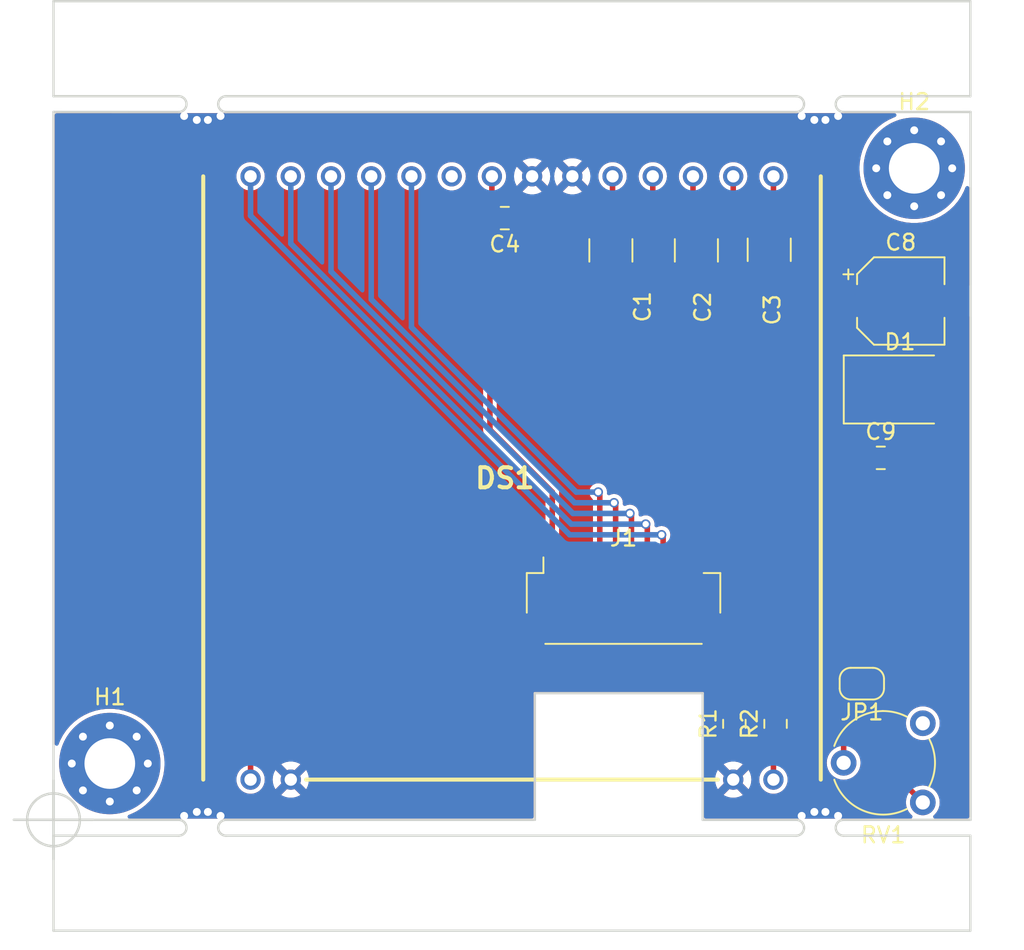
<source format=kicad_pcb>
(kicad_pcb (version 20221018) (generator pcbnew)
  (layers (0 "F.Cu" signal "Top") (31 "B.Cu" signal "Bottom") (34 "B.Paste" user) (35 "F.Paste" user) (36 "B.SilkS" user "B.Silkscreen") (37 "F.SilkS" user "F.Silkscreen") (38 "B.Mask" user) (39 "F.Mask" user) (44 "Edge.Cuts" user))
  (net 0 "")
  (net 1 "GND")
  (net 2 "+3V3")
  (net 3 "Net-(DS1-VB1+)")
  (net 4 "Net-(DS1-VB1-)")
  (net 5 "Net-(DS1-VB0-)")
  (net 6 "Net-(DS1-VB0+)")
  (net 7 "Net-(DS1-VLCD)")
  (net 8 "MOSI")
  (net 9 "SCK")
  (net 10 "Net-(DS1-NC_4)")
  (net 11 "Net-(DS1-NC_1)")
  (net 14 "INSTR.BEL")
  (net 15 "LED")
  (net 16 "D22")
  (net 17 "D23")
  (net 19 "D24")
  (net 20 "D25")
  (footprint "Capacitor_SMD:C_1210_3225Metric_Pad1.33x2.70mm_HandSolder" (layer "F.Cu") (at 158.71 91.0375 90)
    (fp_text reference "C2" (at -3.592 0.4 90) (layer "F.SilkS"))
    (fp_text value "C")
    (fp_line (start -0.711252 -1.36) (end 0.711252 -1.36) (stroke (width 0.12)) (layer "F.SilkS"))
    (fp_line (start -0.711252 1.36) (end 0.711252 1.36) (stroke (width 0.12)) (layer "F.SilkS"))
    (pad "1" smd roundrect (at -1.5625 0 90) (size 1.325 2.7) (layers "F.Cu" "F.Paste" "F.Mask") (roundrect_rratio 0.188679) (net 6 "Net-(DS1-VB0+)"))
    (pad "2" smd roundrect (at 1.5625 0 90) (size 1.325 2.7) (layers "F.Cu" "F.Paste" "F.Mask") (roundrect_rratio 0.188679) (net 5 "Net-(DS1-VB0-)"))
  )
  (footprint "Capacitor_SMD:C_1210_3225Metric_Pad1.33x2.70mm_HandSolder" (layer "F.Cu") (at 163.31 91 90)
    (fp_text reference "C3" (at -3.792 0.188 90) (layer "F.SilkS"))
    (fp_text value "C")
    (fp_line (start -0.711252 -1.36) (end 0.711252 -1.36) (stroke (width 0.12)) (layer "F.SilkS"))
    (fp_line (start -0.711252 1.36) (end 0.711252 1.36) (stroke (width 0.12)) (layer "F.SilkS"))
    (pad "1" smd roundrect (at -1.5625 0 90) (size 1.325 2.7) (layers "F.Cu" "F.Paste" "F.Mask") (roundrect_rratio 0.188679) (net 1 "GND"))
    (pad "2" smd roundrect (at 1.5625 0 90) (size 1.325 2.7) (layers "F.Cu" "F.Paste" "F.Mask") (roundrect_rratio 0.188679) (net 7 "Net-(DS1-VLCD)"))
  )
  (footprint "Capacitor_SMD:C_1210_3225Metric_Pad1.33x2.70mm_HandSolder" (layer "F.Cu") (at 153.31 91.0375 90)
    (fp_text reference "C1" (at -3.5625 2 90) (layer "F.SilkS"))
    (fp_text value "C")
    (fp_line (start -0.711252 -1.36) (end 0.711252 -1.36) (stroke (width 0.12)) (layer "F.SilkS"))
    (fp_line (start -0.711252 1.36) (end 0.711252 1.36) (stroke (width 0.12)) (layer "F.SilkS"))
    (pad "1" smd roundrect (at -1.5625 0 90) (size 1.325 2.7) (layers "F.Cu" "F.Paste" "F.Mask") (roundrect_rratio 0.188679) (net 4 "Net-(DS1-VB1-)"))
    (pad "2" smd roundrect (at 1.5625 0 90) (size 1.325 2.7) (layers "F.Cu" "F.Paste" "F.Mask") (roundrect_rratio 0.188679) (net 3 "Net-(DS1-VB1+)"))
  )
  (footprint "MountingHole:MountingHole_3.2mm_M3_Pad_Via" (layer "F.Cu") (at 121.666 123.444)
    (fp_text reference "H1" (at 0 -4.2) (layer "F.SilkS"))
    (fp_text value "MountingHole_Pad")
    (pad "1" thru_hole circle (at -2.4 0) (size 0.8 0.8) (drill 0.5) (layers "*.Cu" "*.Mask"))
    (pad "1" thru_hole circle (at -1.697056 -1.697056) (size 0.8 0.8) (drill 0.5) (layers "*.Cu" "*.Mask"))
    (pad "1" thru_hole circle (at -1.697056 1.697056) (size 0.8 0.8) (drill 0.5) (layers "*.Cu" "*.Mask"))
    (pad "1" thru_hole circle (at 0 -2.4) (size 0.8 0.8) (drill 0.5) (layers "*.Cu" "*.Mask"))
    (pad "1" thru_hole circle (at 0 0) (size 6.4 6.4) (drill 3.2) (layers "*.Cu" "*.Mask"))
    (pad "1" thru_hole circle (at 0 2.4) (size 0.8 0.8) (drill 0.5) (layers "*.Cu" "*.Mask"))
    (pad "1" thru_hole circle (at 1.697056 -1.697056) (size 0.8 0.8) (drill 0.5) (layers "*.Cu" "*.Mask"))
    (pad "1" thru_hole circle (at 1.697056 1.697056) (size 0.8 0.8) (drill 0.5) (layers "*.Cu" "*.Mask"))
    (pad "1" thru_hole circle (at 2.4 0) (size 0.8 0.8) (drill 0.5) (layers "*.Cu" "*.Mask"))
  )
  (footprint "MountingHole:MountingHole_3.2mm_M3_Pad_Via" (layer "F.Cu") (at 172.466 85.852)
    (fp_text reference "H2" (at 0 -4.2) (layer "F.SilkS"))
    (fp_text value "MountingHole_Pad")
    (pad "1" thru_hole circle (at -2.4 0) (size 0.8 0.8) (drill 0.5) (layers "*.Cu" "*.Mask"))
    (pad "1" thru_hole circle (at -1.697056 -1.697056) (size 0.8 0.8) (drill 0.5) (layers "*.Cu" "*.Mask"))
    (pad "1" thru_hole circle (at -1.697056 1.697056) (size 0.8 0.8) (drill 0.5) (layers "*.Cu" "*.Mask"))
    (pad "1" thru_hole circle (at 0 -2.4) (size 0.8 0.8) (drill 0.5) (layers "*.Cu" "*.Mask"))
    (pad "1" thru_hole circle (at 0 0) (size 6.4 6.4) (drill 3.2) (layers "*.Cu" "*.Mask"))
    (pad "1" thru_hole circle (at 0 2.4) (size 0.8 0.8) (drill 0.5) (layers "*.Cu" "*.Mask"))
    (pad "1" thru_hole circle (at 1.697056 -1.697056) (size 0.8 0.8) (drill 0.5) (layers "*.Cu" "*.Mask"))
    (pad "1" thru_hole circle (at 1.697056 1.697056) (size 0.8 0.8) (drill 0.5) (layers "*.Cu" "*.Mask"))
    (pad "1" thru_hole circle (at 2.4 0) (size 0.8 0.8) (drill 0.5) (layers "*.Cu" "*.Mask"))
  )
  (footprint "Capacitor_SMD:C_0805_2012Metric" (layer "F.Cu") (at 146.61 89 180)
    (fp_text reference "C4" (at 0 -1.65) (layer "F.SilkS"))
    (fp_text value "100n")
    (fp_line (start -0.258578 -0.71) (end 0.258578 -0.71) (stroke (width 0.12)) (layer "F.SilkS"))
    (fp_line (start -0.258578 0.71) (end 0.258578 0.71) (stroke (width 0.12)) (layer "F.SilkS"))
    (pad "1" smd roundrect (at -0.9375 0 180) (size 0.975 1.4) (layers "F.Cu" "F.Paste" "F.Mask") (net 1 "GND"))
    (pad "2" smd roundrect (at 0.9375 0 180) (size 0.975 1.4) (layers "F.Cu" "F.Paste" "F.Mask") (net 2 "+3V3"))
  )
  (footprint "Capacitor_SMD:CP_Elec_5x3" (layer "F.Cu") (at 171.618 94.234)
    (fp_text reference "C8" (at 0 -3.7) (layer "F.SilkS"))
    (fp_text value "CP")
    (fp_line (start -3.625 -1.685) (end -3 -1.685) (stroke (width 0.12)) (layer "F.SilkS"))
    (fp_line (start -3.3125 -1.9975) (end -3.3125 -1.3725) (stroke (width 0.12)) (layer "F.SilkS"))
    (fp_line (start -2.76 -1.695563) (end -2.76 -1.06) (stroke (width 0.12)) (layer "F.SilkS"))
    (fp_line (start -2.76 -1.695563) (end -1.695563 -2.76) (stroke (width 0.12)) (layer "F.SilkS"))
    (fp_line (start -2.76 1.695563) (end -2.76 1.06) (stroke (width 0.12)) (layer "F.SilkS"))
    (fp_line (start -2.76 1.695563) (end -1.695563 2.76) (stroke (width 0.12)) (layer "F.SilkS"))
    (fp_line (start -1.695563 -2.76) (end 2.76 -2.76) (stroke (width 0.12)) (layer "F.SilkS"))
    (fp_line (start -1.695563 2.76) (end 2.76 2.76) (stroke (width 0.12)) (layer "F.SilkS"))
    (fp_line (start 2.76 -2.76) (end 2.76 -1.06) (stroke (width 0.12)) (layer "F.SilkS"))
    (fp_line (start 2.76 2.76) (end 2.76 1.06) (stroke (width 0.12)) (layer "F.SilkS"))
    (pad "1" smd roundrect (at -2.2 0) (size 3 1.6) (layers "F.Cu" "F.Paste" "F.Mask") (roundrect_rratio 0.15625) (net 14 "INSTR.BEL"))
    (pad "2" smd roundrect (at 2.2 0) (size 3 1.6) (layers "F.Cu" "F.Paste" "F.Mask") (roundrect_rratio 0.15625) (net 1 "GND"))
  )
  (footprint "Capacitor_SMD:C_0805_2012Metric" (layer "F.Cu") (at 170.3555 104.14)
    (fp_text reference "C9" (at 0 -1.65) (layer "F.SilkS"))
    (fp_text value "100n")
    (fp_line (start -0.258578 -0.71) (end 0.258578 -0.71) (stroke (width 0.12)) (layer "F.SilkS"))
    (fp_line (start -0.258578 0.71) (end 0.258578 0.71) (stroke (width 0.12)) (layer "F.SilkS"))
    (pad "1" smd roundrect (at -0.9375 0) (size 0.975 1.4) (layers "F.Cu" "F.Paste" "F.Mask") (net 14 "INSTR.BEL"))
    (pad "2" smd roundrect (at 0.9375 0) (size 0.975 1.4) (layers "F.Cu" "F.Paste" "F.Mask") (net 1 "GND"))
  )
  (footprint "Diode_SMD:D_SMB" (layer "F.Cu") (at 171.568 99.822)
    (fp_text reference "D1" (at 0 -3) (layer "F.SilkS"))
    (fp_text value "SMBJ15CA")
    (fp_line (start -3.55 -2.15) (end -3.55 2.15) (stroke (width 0.12)) (layer "F.SilkS"))
    (fp_line (start -3.55 -2.15) (end 2.15 -2.15) (stroke (width 0.12)) (layer "F.SilkS"))
    (fp_line (start -3.55 2.15) (end 2.15 2.15) (stroke (width 0.12)) (layer "F.SilkS"))
    (pad "1" smd rect (at -2.15 0) (size 2.5 2.3) (layers "F.Cu" "F.Paste" "F.Mask") (net 14 "INSTR.BEL"))
    (pad "2" smd rect (at 2.15 0) (size 2.5 2.3) (layers "F.Cu" "F.Paste" "F.Mask") (net 1 "GND"))
  )
  (footprint "Resistor_SMD:R_0805_2012Metric" (layer "F.Cu") (at 161.11 120.9375 90)
    (fp_text reference "R1" (at 0 -1.65 90) (layer "F.SilkS"))
    (fp_text value "R")
    (fp_line (start -0.258578 -0.71) (end 0.258578 -0.71) (stroke (width 0.12)) (layer "F.SilkS"))
    (fp_line (start -0.258578 0.71) (end 0.258578 0.71) (stroke (width 0.12)) (layer "F.SilkS"))
    (pad "1" smd roundrect (at -0.9375 0 90) (size 0.975 1.4) (layers "F.Cu" "F.Paste" "F.Mask") (net 11 "Net-(DS1-NC_1)"))
    (pad "2" smd roundrect (at 0.9375 0 90) (size 0.975 1.4) (layers "F.Cu" "F.Paste" "F.Mask") (net 15 "LED"))
  )
  (footprint "Resistor_SMD:R_0805_2012Metric" (layer "F.Cu") (at 163.71 120.9375 90)
    (fp_text reference "R2" (at 0 -1.65 90) (layer "F.SilkS"))
    (fp_text value "R")
    (fp_line (start -0.258578 -0.71) (end 0.258578 -0.71) (stroke (width 0.12)) (layer "F.SilkS"))
    (fp_line (start -0.258578 0.71) (end 0.258578 0.71) (stroke (width 0.12)) (layer "F.SilkS"))
    (pad "1" smd roundrect (at -0.9375 0 90) (size 0.975 1.4) (layers "F.Cu" "F.Paste" "F.Mask") (net 10 "Net-(DS1-NC_4)"))
    (pad "2" smd roundrect (at 0.9375 0 90) (size 0.975 1.4) (layers "F.Cu" "F.Paste" "F.Mask") (net 15 "LED"))
  )
  (footprint "fiz-o-matic:EA-DOGS102W-6" (layer "F.Cu") (at 147.066 105.41)
    (fp_text reference "DS1" (at -0.45365 0.01496) (layer "F.SilkS") (effects (font (size 1.27 1.27) (thickness 0.254))))
    (fp_text value "EA_DOGS102W-6" hide)
    (fp_line (start -19.5 -19.05) (end -19.5 19.05) (stroke (width 0.254)) (layer "F.SilkS"))
    (fp_line (start -13 19.05) (end 13 19.05) (stroke (width 0.254)) (layer "F.SilkS"))
    (fp_line (start 19.5 -19.05) (end 19.5 19.05) (stroke (width 0.254)) (layer "F.SilkS"))
    (pad "1" thru_hole circle (at -16.51 19.05) (size 1.28 1.28) (drill 0.78) (layers "*.Cu" "*.Mask") (net 11 "Net-(DS1-NC_1)"))
    (pad "2" thru_hole circle (at -13.97 19.05) (size 1.28 1.28) (drill 0.78) (layers "*.Cu" "*.Mask") (net 1 "GND"))
    (pad "13" thru_hole circle (at 13.97 19.05) (size 1.28 1.28) (drill 0.78) (layers "*.Cu" "*.Mask") (net 1 "GND"))
    (pad "14" thru_hole circle (at 16.51 19.05) (size 1.28 1.28) (drill 0.78) (layers "*.Cu" "*.Mask") (net 10 "Net-(DS1-NC_4)"))
    (pad "15" thru_hole circle (at 16.51 -19.05) (size 1.28 1.28) (drill 0.78) (layers "*.Cu" "*.Mask") (net 7 "Net-(DS1-VLCD)"))
    (pad "16" thru_hole circle (at 13.97 -19.05) (size 1.28 1.28) (drill 0.78) (layers "*.Cu" "*.Mask") (net 4 "Net-(DS1-VB1-)"))
    (pad "17" thru_hole circle (at 11.43 -19.05) (size 1.28 1.28) (drill 0.78) (layers "*.Cu" "*.Mask") (net 5 "Net-(DS1-VB0-)"))
    (pad "18" thru_hole circle (at 8.89 -19.05) (size 1.28 1.28) (drill 0.78) (layers "*.Cu" "*.Mask") (net 6 "Net-(DS1-VB0+)"))
    (pad "19" thru_hole circle (at 6.35 -19.05) (size 1.28 1.28) (drill 0.78) (layers "*.Cu" "*.Mask") (net 3 "Net-(DS1-VB1+)"))
    (pad "20" thru_hole circle (at 3.81 -19.05) (size 1.28 1.28) (drill 0.78) (layers "*.Cu" "*.Mask") (net 1 "GND"))
    (pad "21" thru_hole circle (at 1.27 -19.05) (size 1.28 1.28) (drill 0.78) (layers "*.Cu" "*.Mask") (net 1 "GND"))
    (pad "22" thru_hole circle (at -1.27 -19.05) (size 1.28 1.28) (drill 0.78) (layers "*.Cu" "*.Mask") (net 2 "+3V3"))
    (pad "23" thru_hole circle (at -3.81 -19.05) (size 1.28 1.28) (drill 0.78) (layers "*.Cu" "*.Mask") (net 2 "+3V3"))
    (pad "24" thru_hole circle (at -6.35 -19.05) (size 1.28 1.28) (drill 0.78) (layers "*.Cu" "*.Mask") (net 8 "MOSI"))
    (pad "25" thru_hole circle (at -8.89 -19.05) (size 1.28 1.28) (drill 0.78) (layers "*.Cu" "*.Mask") (net 9 "SCK"))
    (pad "26" thru_hole circle (at -11.43 -19.05) (size 1.28 1.28) (drill 0.78) (layers "*.Cu" "*.Mask") (net 16 "D22"))
    (pad "27" thru_hole circle (at -13.97 -19.05) (size 1.28 1.28) (drill 0.78) (layers "*.Cu" "*.Mask") (net 17 "D23"))
    (pad "28" thru_hole circle (at -16.51 -19.05) (size 1.28 1.28) (drill 0.78) (layers "*.Cu" "*.Mask") (net 19 "D24"))
  )
  (footprint "Jumper:SolderJumper-2_P1.3mm_Bridged_RoundedPad1.0x1.5mm" (layer "F.Cu") (at 169.16 118.4 180)
    (fp_text reference "JP1" (at 0 -1.8) (layer "F.SilkS"))
    (fp_text value "Jumper_NC_Small")
    (fp_poly (pts (xy 0.25 -0.3) (xy -0.25 -0.3) (xy -0.25 0.3) (xy 0.25 0.3)) (fill solid) (layer "F.Cu"))
    (fp_line (start -1.4 0.3) (end -1.4 -0.3) (stroke (width 0.12)) (layer "F.SilkS"))
    (fp_line (start -0.7 -1) (end 0.7 -1) (stroke (width 0.12)) (layer "F.SilkS"))
    (fp_line (start 0.7 1) (end -0.7 1) (stroke (width 0.12)) (layer "F.SilkS"))
    (fp_line (start 1.4 -0.3) (end 1.4 0.3) (stroke (width 0.12)) (layer "F.SilkS"))
    (fp_arc (start -1.4 -0.3) (mid -1.194975 -0.794975) (end -0.7 -1) (stroke (width 0.12)) (layer "F.SilkS"))
    (fp_arc (start -0.7 1) (mid -1.194975 0.794975) (end -1.4 0.3) (stroke (width 0.12)) (layer "F.SilkS"))
    (fp_arc (start 0.7 -1) (mid 1.194975 -0.794975) (end 1.4 -0.3) (stroke (width 0.12)) (layer "F.SilkS"))
    (fp_arc (start 1.4 0.3) (mid 1.194975 0.794975) (end 0.7 1) (stroke (width 0.12)) (layer "F.SilkS"))
    (pad "1" smd custom (at -0.65 0 180) (size 1 0.5) (layers "F.Cu" "F.Mask") (net 14 "INSTR.BEL") (options (clearance outline) (anchor rect)) (primitives (gr_circle (center 0 0.25) (end 0.5 0.25) (width 0) (fill yes)) (gr_circle (center 0 -0.25) (end 0.5 -0.25) (width 0) (fill yes)) (gr_poly (pts (xy 0 -0.75) (xy 0.5 -0.75) (xy 0.5 0.75) (xy 0 0.75)) (width 0) (fill yes))))
    (pad "2" smd custom (at 0.65 0 180) (size 1 0.5) (layers "F.Cu" "F.Mask") (net 15 "LED") (options (clearance outline) (anchor rect)) (primitives (gr_circle (center 0 0.25) (end 0.5 0.25) (width 0) (fill yes)) (gr_circle (center 0 -0.25) (end 0.5 -0.25) (width 0) (fill yes)) (gr_poly (pts (xy 0 -0.75) (xy -0.5 -0.75) (xy -0.5 0.75) (xy 0 0.75)) (width 0) (fill yes))))
  )
  (footprint "Potentiometer_THT:Potentiometer_Piher_PT-6-V_Vertical" (layer "F.Cu") (at 173.01 120.9 180)
    (fp_text reference "RV1" (at 2.5 -7.06) (layer "F.SilkS"))
    (fp_text value "R_POT")
    (fp_arc (start -0.413387 -1.014798) (mid -0.770114 -2.499325) (end -0.414 -3.984) (stroke (width 0.12)) (layer "F.SilkS"))
    (fp_arc (start 1.016032 -5.413829) (mid 3.725524 -5.531609) (end 5.592 -3.564) (stroke (width 0.12)) (layer "F.SilkS"))
    (fp_arc (start 2.556863 0.770075) (mid 1.764071 0.686696) (end 1.015 0.414) (stroke (width 0.12)) (layer "F.SilkS"))
    (fp_arc (start 5.591846 -1.435392) (mid 4.398899 0.162158) (end 2.5 0.77) (stroke (width 0.12)) (layer "F.SilkS"))
    (pad "1" thru_hole circle (at 0 0 180) (size 1.62 1.62) (drill 0.9) (layers "*.Cu" "*.Mask"))
    (pad "2" thru_hole circle (at 5 -2.5 180) (size 1.62 1.62) (drill 0.9) (layers "*.Cu" "*.Mask") (net 15 "LED"))
    (pad "3" thru_hole circle (at 0 -5 180) (size 1.62 1.62) (drill 0.9) (layers "*.Cu" "*.Mask") (net 14 "INSTR.BEL"))
  )
  (footprint "fiz-o-matic:mouse-bite-1mm-slot" (layer "F.Cu") (at 166.51 127.5 180)
    (fp_text reference "mouse-bite-1mm-slot" hide)
    (fp_text value "VAL**" hide)
    (fp_arc (start -1.5 -0.5) (mid -1 0) (end -1.5 0.5) (stroke (width 0.1)) (layer "F.SilkS"))
    (fp_arc (start 1.5 0.5) (mid 1 0) (end 1.5 -0.5) (stroke (width 0.1)) (layer "F.SilkS"))
    (pad "" np_thru_hole circle (at -1.15 0.75 180) (size 0.5 0.5) (drill 0.5) (layers "F&B.Cu" "*.Mask"))
    (pad "" np_thru_hole circle (at -0.35 1 180) (size 0.5 0.5) (drill 0.5) (layers "F&B.Cu" "*.Mask"))
    (pad "" np_thru_hole circle (at 0.35 1 180) (size 0.5 0.5) (drill 0.5) (layers "F&B.Cu" "*.Mask"))
    (pad "" np_thru_hole circle (at 1.15 0.75 180) (size 0.5 0.5) (drill 0.5) (layers "F&B.Cu" "*.Mask"))
  )
  (footprint "fiz-o-matic:mouse-bite-1mm-slot" (layer "F.Cu") (at 127.51 127.5 180)
    (fp_text reference "mouse-bite-1mm-slot" hide)
    (fp_text value "VAL**" hide)
    (fp_arc (start -1.5 -0.5) (mid -1 0) (end -1.5 0.5) (stroke (width 0.1)) (layer "F.SilkS"))
    (fp_arc (start 1.5 0.5) (mid 1 0) (end 1.5 -0.5) (stroke (width 0.1)) (layer "F.SilkS"))
    (pad "" np_thru_hole circle (at -1.15 0.75 180) (size 0.5 0.5) (drill 0.5) (layers "F&B.Cu" "*.Mask"))
    (pad "" np_thru_hole circle (at -0.35 1 180) (size 0.5 0.5) (drill 0.5) (layers "F&B.Cu" "*.Mask"))
    (pad "" np_thru_hole circle (at 0.35 1 180) (size 0.5 0.5) (drill 0.5) (layers "F&B.Cu" "*.Mask"))
    (pad "" np_thru_hole circle (at 1.15 0.75 180) (size 0.5 0.5) (drill 0.5) (layers "F&B.Cu" "*.Mask"))
  )
  (footprint "fiz-o-matic:mouse-bite-1mm-slot" (layer "F.Cu") (at 127.51 81.8)
    (fp_text reference "mouse-bite-1mm-slot" hide)
    (fp_text value "VAL**" hide)
    (fp_arc (start -1.5 -0.5) (mid -1 0) (end -1.5 0.5) (stroke (width 0.1)) (layer "F.SilkS"))
    (fp_arc (start 1.5 0.5) (mid 1 0) (end 1.5 -0.5) (stroke (width 0.1)) (layer "F.SilkS"))
    (pad "" np_thru_hole circle (at -1.15 0.75) (size 0.5 0.5) (drill 0.5) (layers "*.Cu" "*.Mask"))
    (pad "" np_thru_hole circle (at -0.35 1) (size 0.5 0.5) (drill 0.5) (layers "*.Cu" "*.Mask"))
    (pad "" np_thru_hole circle (at 0.35 1) (size 0.5 0.5) (drill 0.5) (layers "*.Cu" "*.Mask"))
    (pad "" np_thru_hole circle (at 1.15 0.75) (size 0.5 0.5) (drill 0.5) (layers "*.Cu" "*.Mask"))
  )
  (footprint "Connector_JST:JST_SH_SM10B-SRSS-TB_1x10-1MP_P1.00mm_Horizontal" (layer "F.Cu") (at 154.11 113.2)
    (fp_text reference "J1" (at 0 -3.98) (layer "F.SilkS"))
    (fp_text value "Conn_01x10")
    (fp_line (start -6.11 -1.785) (end -5.06 -1.785) (stroke (width 0.12)) (layer "F.SilkS"))
    (fp_line (start -6.11 0.715) (end -6.11 -1.785) (stroke (width 0.12)) (layer "F.SilkS"))
    (fp_line (start -5.06 -1.785) (end -5.06 -2.775) (stroke (width 0.12)) (layer "F.SilkS"))
    (fp_line (start -4.94 2.685) (end 4.94 2.685) (stroke (width 0.12)) (layer "F.SilkS"))
    (fp_line (start 6.11 -1.785) (end 5.06 -1.785) (stroke (width 0.12)) (layer "F.SilkS"))
    (fp_line (start 6.11 0.715) (end 6.11 -1.785) (stroke (width 0.12)) (layer "F.SilkS"))
    (pad "1" smd roundrect (at -4.5 -2) (size 0.6 1.55) (layers "F.Cu" "F.Paste" "F.Mask") (net 2 "+3V3"))
    (pad "2" smd roundrect (at -3.5 -2) (size 0.6 1.55) (layers "F.Cu" "F.Paste" "F.Mask") (net 1 "GND"))
    (pad "3" smd roundrect (at -2.5 -2) (size 0.6 1.55) (layers "F.Cu" "F.Paste" "F.Mask"))
    (pad "4" smd roundrect (at -1.5 -2) (size 0.6 1.55) (layers "F.Cu" "F.Paste" "F.Mask") (net 8 "MOSI"))
    (pad "5" smd roundrect (at -0.5 -2) (size 0.6 1.55) (layers "F.Cu" "F.Paste" "F.Mask") (net 9 "SCK"))
    (pad "6" smd roundrect (at 0.5 -2) (size 0.6 1.55) (layers "F.Cu" "F.Paste" "F.Mask") (net 16 "D22"))
    (pad "7" smd roundrect (at 1.5 -2) (size 0.6 1.55) (layers "F.Cu" "F.Paste" "F.Mask") (net 17 "D23"))
    (pad "8" smd roundrect (at 2.5 -2) (size 0.6 1.55) (layers "F.Cu" "F.Paste" "F.Mask") (net 19 "D24"))
    (pad "9" smd roundrect (at 3.5 -2) (size 0.6 1.55) (layers "F.Cu" "F.Paste" "F.Mask") (net 20 "D25"))
    (pad "10" smd roundrect (at 4.5 -2) (size 0.6 1.55) (layers "F.Cu" "F.Paste" "F.Mask") (net 14 "INSTR.BEL"))
    (pad "MP" smd roundrect (at -5.8 1.875) (size 1.2 1.8) (layers "F.Cu" "F.Paste" "F.Mask") (roundrect_rratio 0.208333))
    (pad "MP" smd roundrect (at 5.8 1.875) (size 1.2 1.8) (layers "F.Cu" "F.Paste" "F.Mask") (roundrect_rratio 0.208333))
  )
  (footprint "fiz-o-matic:mouse-bite-1mm-slot" (layer "F.Cu") (at 166.51 81.8)
    (fp_text reference "mouse-bite-1mm-slot" hide)
    (fp_text value "VAL**" hide)
    (fp_arc (start -1.5 -0.5) (mid -1 0) (end -1.5 0.5) (stroke (width 0.1)) (layer "F.SilkS"))
    (fp_arc (start 1.5 0.5) (mid 1 0) (end 1.5 -0.5) (stroke (width 0.1)) (layer "F.SilkS"))
    (pad "" np_thru_hole circle (at -1.15 0.75) (size 0.5 0.5) (drill 0.5) (layers "F&B.Cu" "*.Mask"))
    (pad "" np_thru_hole circle (at -0.35 1) (size 0.5 0.5) (drill 0.5) (layers "F&B.Cu" "*.Mask"))
    (pad "" np_thru_hole circle (at 0.35 1) (size 0.5 0.5) (drill 0.5) (layers "F&B.Cu" "*.Mask"))
    (pad "" np_thru_hole circle (at 1.15 0.75) (size 0.5 0.5) (drill 0.5) (layers "F&B.Cu" "*.Mask"))
  )
  (gr_arc (start 168.01 82.3) (mid 167.51 81.8) (end 168.01 81.3) (stroke (width 0.15)) (layer "Edge.Cuts"))
  (gr_line (start 159.11 127) (end 159.11 119) (stroke (width 0.15)) (layer "Edge.Cuts"))
  (gr_arc (start 165.01 81.3) (mid 165.51 81.8) (end 165.01 82.3) (stroke (width 0.15)) (layer "Edge.Cuts"))
  (gr_arc (start 129.01 128) (mid 128.51 127.5) (end 129.01 127) (stroke (width 0.15)) (layer "Edge.Cuts"))
  (gr_line (start 159.11 127) (end 165.01 127) (stroke (width 0.15)) (layer "Edge.Cuts"))
  (gr_arc (start 129.01 82.3) (mid 128.51 81.8) (end 129.01 81.3) (stroke (width 0.15)) (layer "Edge.Cuts"))
  (gr_line (start 176.022 82.296) (end 168.01 82.3) (stroke (width 0.15)) (layer "Edge.Cuts"))
  (gr_line (start 129.01 128) (end 165.01 128) (stroke (width 0.15)) (layer "Edge.Cuts"))
  (gr_line (start 176.01 81.3) (end 176.01 75.3) (stroke (width 0.15)) (layer "Edge.Cuts"))
  (gr_line (start 118.11 127) (end 118.11 82.296) (stroke (width 0.15)) (layer "Edge.Cuts"))
  (gr_line (start 148.51 119) (end 148.51 127) (stroke (width 0.15)) (layer "Edge.Cuts"))
  (gr_line (start 118.11 128) (end 126.01 128) (stroke (width 0.15)) (layer "Edge.Cuts"))
  (gr_line (start 176.01 75.3) (end 118.11 75.3) (stroke (width 0.15)) (layer "Edge.Cuts"))
  (gr_line (start 118.11 127) (end 126.01 127) (stroke (width 0.15)) (layer "Edge.Cuts"))
  (gr_line (start 168.01 128) (end 176.01 128) (stroke (width 0.15)) (layer "Edge.Cuts"))
  (gr_arc (start 165.01 127) (mid 165.51 127.5) (end 165.01 128) (stroke (width 0.15)) (layer "Edge.Cuts"))
  (gr_line (start 129.01 82.3) (end 165.01 82.3) (stroke (width 0.15)) (layer "Edge.Cuts"))
  (gr_line (start 126.01 82.3) (end 118.11 82.296) (stroke (width 0.15)) (layer "Edge.Cuts"))
  (gr_line (start 159.11 119) (end 148.51 119) (stroke (width 0.15)) (layer "Edge.Cuts"))
  (gr_line (start 118.11 81.3) (end 126.01 81.3) (stroke (width 0.15)) (layer "Edge.Cuts"))
  (gr_arc (start 126.01 81.3) (mid 126.51 81.8) (end 126.01 82.3) (stroke (width 0.15)) (layer "Edge.Cuts"))
  (gr_line (start 176.01 134) (end 118.11 134) (stroke (width 0.15)) (layer "Edge.Cuts"))
  (gr_line (start 176.01 128) (end 176.01 134) (stroke (width 0.15)) (layer "Edge.Cuts"))
  (gr_arc (start 168.01 128) (mid 167.51 127.5) (end 168.01 127) (stroke (width 0.15)) (layer "Edge.Cuts"))
  (gr_arc (start 126.01 127) (mid 126.51 127.5) (end 126.01 128) (stroke (width 0.15)) (layer "Edge.Cuts"))
  (gr_line (start 129.01 127) (end 148.51 127) (stroke (width 0.15)) (layer "Edge.Cuts"))
  (gr_line (start 129.01 81.3) (end 165.01 81.3) (stroke (width 0.15)) (layer "Edge.Cuts"))
  (gr_line (start 118.11 75.3) (end 118.11 81.3) (stroke (width 0.15)) (layer "Edge.Cuts"))
  (gr_line (start 176.022 127) (end 176.022 82.296) (stroke (width 0.15)) (layer "Edge.Cuts"))
  (gr_line (start 168.01 127) (end 176.022 127) (stroke (width 0.15)) (layer "Edge.Cuts"))
  (gr_line (start 168.01 81.3) (end 176.01 81.3) (stroke (width 0.15)) (layer "Edge.Cuts"))
  (gr_line (start 118.11 134) (end 118.11 128) (stroke (width 0.15)) (layer "Edge.Cuts"))
  (gr_text "DOGS102_v0.12" (at 121.11 86 90) (layer "F.Cu") (effects (font (size 1.2065 1.2065) (thickness 0.1016)) (justify right top)))
  (target plus (at 118.11 127) (size 5) (width 0.15) (layer "Edge.Cuts"))
  (target plus (at 118.11 127) (size 5) (width 0.15) (layer "Edge.Cuts"))
  (segment (start 145.6725 89) (end 145.6725 87.8375) (width 0.35) (layer "F.Cu") (net 2))
  (segment (start 149.61 106.3) (end 149.61 111.2) (width 0.35) (layer "F.Cu") (net 2))
  (segment (start 145.6725 87.8375) (end 145.796 87.714) (width 0.35) (layer "F.Cu") (net 2))
  (segment (start 145.796 87.714) (end 145.796 86.36) (width 0.35) (layer "F.Cu") (net 2))
  (segment (start 145.6725 89) (end 145.6725 102.3625) (width 0.35) (layer "F.Cu") (net 2))
  (segment (start 145.6725 102.3625) (end 149.61 106.3) (width 0.35) (layer "F.Cu") (net 2))
  (segment (start 153.416 86.36) (end 153.416 87.894) (width 0.35) (layer "F.Cu") (net 3))
  (segment (start 153.416 87.894) (end 153.31 88) (width 0.35) (layer "F.Cu") (net 3))
  (segment (start 153.31 89.475) (end 153.31 88) (width 0.35) (layer "F.Cu") (net 3))
  (segment (start 160.51 94.2) (end 153.91 94.2) (width 0.35) (layer "F.Cu") (net 4))
  (segment (start 161.036 86.36) (end 161.036 93.674) (width 0.35) (layer "F.Cu") (net 4))
  (segment (start 153.31 93.6) (end 153.31 92.6) (width 0.35) (layer "F.Cu") (net 4))
  (segment (start 153.91 94.2) (end 153.31 93.6) (width 0.35) (layer "F.Cu") (net 4))
  (segment (start 161.036 93.674) (end 160.51 94.2) (width 0.35) (layer "F.Cu") (net 4))
  (segment (start 158.496 87.786) (end 158.71 88) (width 0.35) (layer "F.Cu") (net 5))
  (segment (start 158.496 86.36) (end 158.496 87.786) (width 0.35) (layer "F.Cu") (net 5))
  (segment (start 158.71 88) (end 158.71 89.475) (width 0.35) (layer "F.Cu") (net 5))
  (segment (start 155.956 91.846) (end 156.71 92.6) (width 0.35) (layer "F.Cu") (net 6))
  (segment (start 156.71 92.6) (end 158.71 92.6) (width 0.35) (layer "F.Cu") (net 6))
  (segment (start 155.956 86.36) (end 155.956 91.846) (width 0.35) (layer "F.Cu") (net 6))
  (segment (start 163.322 89.2455) (end 163.322 87.988) (width 0.35) (layer "F.Cu") (net 7))
  (segment (start 163.322 87.988) (end 163.576 87.734) (width 0.35) (layer "F.Cu") (net 7))
  (segment (start 163.31 89.4375) (end 163.31 88) (width 0.35) (layer "F.Cu") (net 7))
  (segment (start 163.576 87.734) (end 163.576 86.36) (width 0.35) (layer "F.Cu") (net 7))
  (segment (start 163.31 88) (end 163.576 87.734) (width 0.35) (layer "F.Cu") (net 7))
  (segment (start 152.61 111.2) (end 152.61 106.402) (width 0.35) (layer "F.Cu") (net 8))
  (segment (start 152.61 106.402) (end 152.51 106.302) (width 0.35) (layer "F.Cu") (net 8))
  (via (at 152.51 106.302) (size 0.6) (drill 0.4) (layers "F.Cu" "B.Cu") (net 8))
  (segment (start 151.123272 106.302) (end 140.716 95.894728) (width 0.35) (layer "B.Cu") (net 8))
  (segment (start 140.716 95.894728) (end 140.716 86.36) (width 0.35) (layer "B.Cu") (net 8))
  (segment (start 152.51 106.302) (end 151.123272 106.302) (width 0.35) (layer "B.Cu") (net 8))
  (segment (start 153.61 107.0765) (end 153.51 106.9765) (width 0.35) (layer "F.Cu") (net 9))
  (segment (start 153.61 111.2) (end 153.61 107.0765) (width 0.35) (layer "F.Cu") (net 9))
  (via (at 153.51 106.9765) (size 0.6) (drill 0.4) (layers "F.Cu" "B.Cu") (net 9))
  (segment (start 138.176 94.132546) (end 138.176 86.36) (width 0.35) (layer "B.Cu") (net 9))
  (segment (start 153.51 106.9765) (end 151.019954 106.9765) (width 0.35) (layer "B.Cu") (net 9))
  (segment (start 151.019954 106.9765) (end 138.176 94.132546) (width 0.35) (layer "B.Cu") (net 9))
  (segment (start 163.576 124.46) (end 163.576 123.2) (width 0.35) (layer "F.Cu") (net 10))
  (segment (start 163.71 121.875) (end 163.71 123.066) (width 0.35) (layer "F.Cu") (net 10))
  (segment (start 163.71 123.066) (end 163.576 123.2) (width 0.35) (layer "F.Cu") (net 10))
  (segment (start 159.91 118.6) (end 159.31 118) (width 0.35) (layer "F.Cu") (net 11))
  (segment (start 159.31 118) (end 135.11 118) (width 0.35) (layer "F.Cu") (net 11))
  (segment (start 135.11 118) (end 130.556 122.554) (width 0.35) (layer "F.Cu") (net 11))
  (segment (start 130.556 122.554) (end 130.556 124.46) (width 0.35) (layer "F.Cu") (net 11))
  (segment (start 161.11 121.875) (end 160.385 121.875) (width 0.35) (layer "F.Cu") (net 11))
  (segment (start 160.385 121.875) (end 159.91 121.4) (width 0.35) (layer "F.Cu") (net 11))
  (segment (start 159.91 121.4) (end 159.91 118.6) (width 0.35) (layer "F.Cu") (net 11))
  (segment (start 169.81 111.7) (end 169.31 111.2) (width 0.35) (layer "F.Cu") (net 14))
  (segment (start 169.418 111.092) (end 169.31 111.2) (width 0.35) (layer "F.Cu") (net 14))
  (segment (start 169.81 118.4) (end 170.91 118.4) (width 0.35) (layer "F.Cu") (net 14))
  (segment (start 169.418 99.822) (end 169.418 104.14) (width 0.35) (layer "F.Cu") (net 14))
  (segment (start 170.91 118.4) (end 170.91 123.8) (width 0.35) (layer "F.Cu") (net 14))
  (segment (start 170.91 123.8) (end 173.01 125.9) (width 0.35) (layer "F.Cu") (net 14))
  (segment (start 169.418 94.234) (end 169.418 99.822) (width 0.35) (layer "F.Cu") (net 14))
  (segment (start 169.81 118.4) (end 169.81 111.7) (width 0.35) (layer "F.Cu") (net 14))
  (segment (start 169.418 104.14) (end 169.418 111.092) (width 0.35) (layer "F.Cu") (net 14))
  (segment (start 158.61 111.2) (end 169.31 111.2) (width 0.35) (layer "F.Cu") (net 14))
  (segment (start 168.51 118.4) (end 164.31 118.4) (width 0.35) (layer "F.Cu") (net 15))
  (segment (start 164.31 118.4) (end 163.71 119) (width 0.35) (layer "F.Cu") (net 15))
  (segment (start 161.11 120) (end 163.71 120) (width 0.35) (layer "F.Cu") (net 15))
  (segment (start 168.51 120) (end 168.51 118.4) (width 0.35) (layer "F.Cu") (net 15))
  (segment (start 163.71 119) (end 163.71 120) (width 0.35) (layer "F.Cu") (net 15))
  (segment (start 168.01 123.4) (end 168.01 120.5) (width 0.35) (layer "F.Cu") (net 15))
  (segment (start 168.01 120.5) (end 168.51 120) (width 0.35) (layer "F.Cu") (net 15))
  (segment (start 154.61 107.751) (end 154.51 107.651) (width 0.35) (layer "F.Cu") (net 16))
  (segment (start 154.61 111.2) (end 154.61 107.751) (width 0.35) (layer "F.Cu") (net 16))
  (via (at 154.51 107.651) (size 0.6) (drill 0.4) (layers "F.Cu" "B.Cu") (net 16))
  (segment (start 154.51 107.651) (end 150.916636 107.651) (width 0.35) (layer "B.Cu") (net 16))
  (segment (start 150.916636 107.651) (end 135.636 92.370364) (width 0.35) (layer "B.Cu") (net 16))
  (segment (start 135.636 92.370364) (end 135.636 86.36) (width 0.35) (layer "B.Cu") (net 16))
  (segment (start 155.61 111.2) (end 155.61 108.4255) (width 0.35) (layer "F.Cu") (net 17))
  (segment (start 155.61 108.4255) (end 155.51 108.3255) (width 0.35) (layer "F.Cu") (net 17))
  (via (at 155.51 108.3255) (size 0.6) (drill 0.4) (layers "F.Cu" "B.Cu") (net 17))
  (segment (start 155.51 108.3255) (end 150.813318 108.3255) (width 0.35) (layer "B.Cu") (net 17))
  (segment (start 150.813318 108.3255) (end 133.096 90.608182) (width 0.35) (layer "B.Cu") (net 17))
  (segment (start 133.096 90.608182) (end 133.096 86.36) (width 0.35) (layer "B.Cu") (net 17))
  (segment (start 156.61 111.2) (end 156.61 109.1) (width 0.35) (layer "F.Cu") (net 19))
  (segment (start 156.61 109.1) (end 156.51 109) (width 0.35) (layer "F.Cu") (net 19))
  (via (at 156.51 109) (size 0.6) (drill 0.4) (layers "F.Cu" "B.Cu") (net 19))
  (segment (start 130.556 88.846) (end 130.556 86.36) (width 0.35) (layer "B.Cu") (net 19))
  (segment (start 150.71 109) (end 130.556 88.846) (width 0.35) (layer "B.Cu") (net 19))
  (segment (start 156.51 109) (end 150.71 109) (width 0.35) (layer "B.Cu") (net 19))
  (zone (net 1) (net_name "GND") (layer "F.Cu") (connect_pads (clearance 0.254)) (min_thickness 0.254) (fill yes (thermal_gap 0.508) (thermal_bridge_width 0.508))
    (polygon (pts (xy 176.022 127) (xy 118.11 127) (xy 118.11 82.296) (xy 176.022 82.296)))
  )
  (zone (net 1) (net_name "GND") (layer "B.Cu") (priority 1) (connect_pads (clearance 0.254)) (min_thickness 0.25) (fill yes (thermal_gap 0.5) (thermal_bridge_width 0.5))
    (polygon (pts (xy 118.11 127) (xy 176.11 127) (xy 176.11 82.2) (xy 118.11 82.2)))
  )
)
</source>
